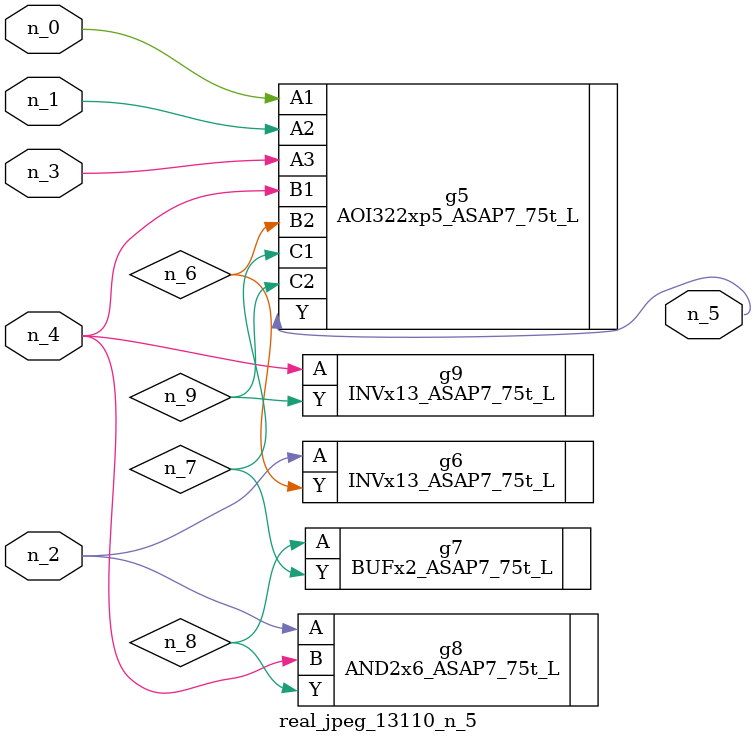
<source format=v>
module real_jpeg_13110_n_5 (n_4, n_0, n_1, n_2, n_3, n_5);

input n_4;
input n_0;
input n_1;
input n_2;
input n_3;

output n_5;

wire n_8;
wire n_6;
wire n_7;
wire n_9;

AOI322xp5_ASAP7_75t_L g5 ( 
.A1(n_0),
.A2(n_1),
.A3(n_3),
.B1(n_4),
.B2(n_6),
.C1(n_7),
.C2(n_9),
.Y(n_5)
);

INVx13_ASAP7_75t_L g6 ( 
.A(n_2),
.Y(n_6)
);

AND2x6_ASAP7_75t_L g8 ( 
.A(n_2),
.B(n_4),
.Y(n_8)
);

INVx13_ASAP7_75t_L g9 ( 
.A(n_4),
.Y(n_9)
);

BUFx2_ASAP7_75t_L g7 ( 
.A(n_8),
.Y(n_7)
);


endmodule
</source>
